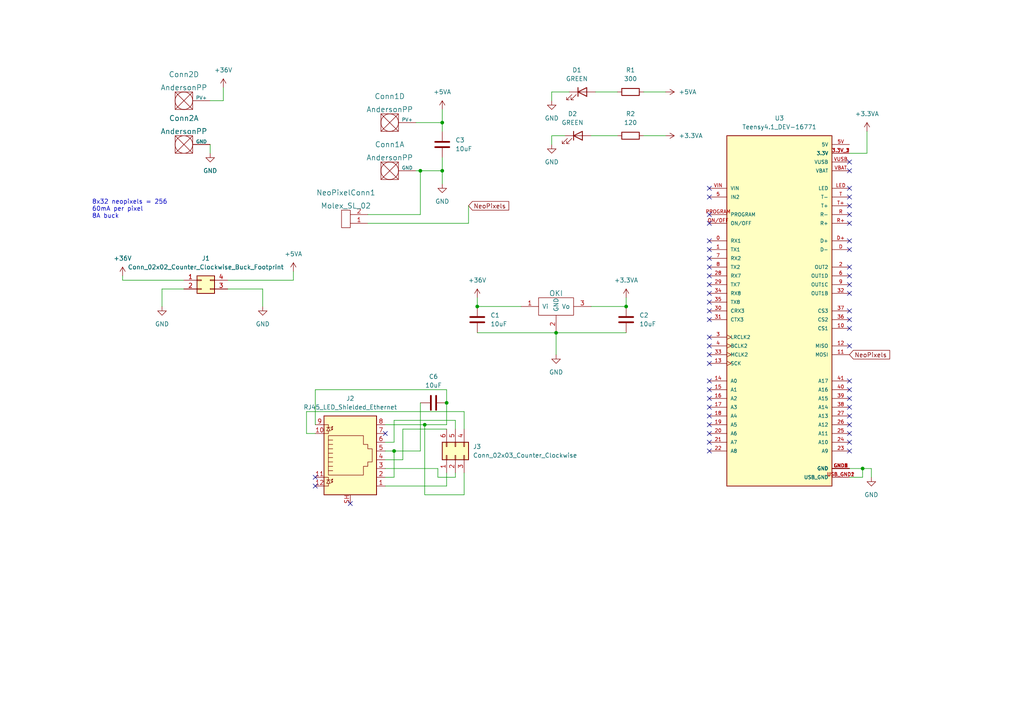
<source format=kicad_sch>
(kicad_sch (version 20211123) (generator eeschema)
  (paper "A4")
  (lib_symbols
    (symbol "Connector:RJ45_LED_Shielded" (pin_names (offset 1.016))
      (property "Reference" "J" (at -5.08 13.97 0))
      (property "Value" "RJ45_LED_Shielded" (at 1.27 13.97 0))
      (symbol "RJ45_LED_Shielded_0_1"
        (polyline (pts (xy -7.62 -7.62) (xy -6.35 -7.62)))
        (polyline (pts (xy -7.62 -5.08) (xy -6.35 -5.08)))
        (polyline (pts (xy -7.62 7.62) (xy -6.35 7.62)))
        (polyline (pts (xy -7.62 10.16) (xy -6.35 10.16)))
        (polyline (pts (xy -6.858 -5.842) (xy -5.842 -5.842)))
        (polyline (pts (xy -6.858 9.398) (xy -5.842 9.398)))
        (polyline (pts (xy -6.35 -7.62) (xy -6.35 -6.858)))
        (polyline (pts (xy -6.35 -5.08) (xy -6.35 -5.842)))
        (polyline (pts (xy -6.35 7.62) (xy -6.35 8.382)))
        (polyline (pts (xy -6.35 10.16) (xy -6.35 9.398)))
        (polyline (pts (xy -5.08 -6.223) (xy -5.207 -6.604)))
        (polyline (pts (xy -5.08 -5.588) (xy -5.207 -5.969)))
        (polyline (pts (xy -5.08 4.445) (xy -6.35 4.445)))
        (polyline (pts (xy -5.08 5.715) (xy -6.35 5.715)))
        (polyline (pts (xy -5.08 9.017) (xy -5.207 8.636)))
        (polyline (pts (xy -5.08 9.652) (xy -5.207 9.271)))
        (polyline (pts (xy -6.35 -3.175) (xy -5.08 -3.175) (xy -5.08 -3.175)))
        (polyline (pts (xy -6.35 -1.905) (xy -5.08 -1.905) (xy -5.08 -1.905)))
        (polyline (pts (xy -6.35 -0.635) (xy -5.08 -0.635) (xy -5.08 -0.635)))
        (polyline (pts (xy -6.35 0.635) (xy -5.08 0.635) (xy -5.08 0.635)))
        (polyline (pts (xy -6.35 1.905) (xy -5.08 1.905) (xy -5.08 1.905)))
        (polyline (pts (xy -5.588 -6.731) (xy -5.08 -6.223) (xy -5.461 -6.35)))
        (polyline (pts (xy -5.588 -6.096) (xy -5.08 -5.588) (xy -5.461 -5.715)))
        (polyline (pts (xy -5.588 8.509) (xy -5.08 9.017) (xy -5.461 8.89)))
        (polyline (pts (xy -5.588 9.144) (xy -5.08 9.652) (xy -5.461 9.525)))
        (polyline (pts (xy -5.08 3.175) (xy -6.35 3.175) (xy -6.35 3.175)))
        (polyline (pts (xy -6.35 -5.842) (xy -6.858 -6.858) (xy -5.842 -6.858) (xy -6.35 -5.842)))
        (polyline (pts (xy -6.35 9.398) (xy -6.858 8.382) (xy -5.842 8.382) (xy -6.35 9.398)))
        (polyline (pts (xy -6.35 -4.445) (xy -6.35 6.985) (xy 3.81 6.985) (xy 3.81 4.445) (xy 5.08 4.445) (xy 5.08 3.175) (xy 6.35 3.175) (xy 6.35 -0.635) (xy 5.08 -0.635) (xy 5.08 -1.905) (xy 3.81 -1.905) (xy 3.81 -4.445) (xy -6.35 -4.445) (xy -6.35 -4.445)))
        (rectangle (start 7.62 12.7) (end -7.62 -10.16) (stroke (width 0.254)) (fill (type background)))
      )
      (symbol "RJ45_LED_Shielded_1_1"
        (pin passive line (at 10.16 -7.62 180) (length 2.54) (name "~") (number "1"))
        (pin passive line (at -10.16 7.62 0) (length 2.54) (name "~") (number "10"))
        (pin passive line (at -10.16 -5.08 0) (length 2.54) (name "~") (number "11"))
        (pin passive line (at -10.16 -7.62 0) (length 2.54) (name "~") (number "12"))
        (pin passive line (at 10.16 -5.08 180) (length 2.54) (name "~") (number "2"))
        (pin passive line (at 10.16 -2.54 180) (length 2.54) (name "~") (number "3"))
        (pin passive line (at 10.16 0 180) (length 2.54) (name "~") (number "4"))
        (pin passive line (at 10.16 2.54 180) (length 2.54) (name "~") (number "5"))
        (pin passive line (at 10.16 5.08 180) (length 2.54) (name "~") (number "6"))
        (pin passive line (at 10.16 7.62 180) (length 2.54) (name "~") (number "7"))
        (pin passive line (at 10.16 10.16 180) (length 2.54) (name "~") (number "8"))
        (pin passive line (at -10.16 10.16 0) (length 2.54) (name "~") (number "9"))
        (pin passive line (at 0 -12.7 90) (length 2.54) (name "~") (number "SH"))
      )
    )
    (symbol "Connector_Generic:Conn_02x02_Counter_Clockwise" (pin_names (offset 1.016) hide)
      (property "Reference" "J" (at 1.27 2.54 0))
      (property "Value" "Conn_02x02_Counter_Clockwise" (at 1.27 -5.08 0))
      (symbol "Conn_02x02_Counter_Clockwise_1_1"
        (rectangle (start -1.27 -2.413) (end 0 -2.667) (stroke (width 0.1524)))
        (rectangle (start -1.27 0.127) (end 0 -0.127) (stroke (width 0.1524)))
        (rectangle (start -1.27 1.27) (end 3.81 -3.81) (stroke (width 0.254)) (fill (type background)))
        (rectangle (start 3.81 -2.413) (end 2.54 -2.667) (stroke (width 0.1524)))
        (rectangle (start 3.81 0.127) (end 2.54 -0.127) (stroke (width 0.1524)))
        (pin passive line (at -5.08 0 0) (length 3.81) (name "Pin_1") (number "1"))
        (pin passive line (at -5.08 -2.54 0) (length 3.81) (name "Pin_2") (number "2"))
        (pin passive line (at 7.62 -2.54 180) (length 3.81) (name "Pin_3") (number "3"))
        (pin passive line (at 7.62 0 180) (length 3.81) (name "Pin_4") (number "4"))
      )
    )
    (symbol "Connector_Generic:Conn_02x03_Counter_Clockwise" (pin_names (offset 1.016) hide)
      (property "Reference" "J" (at 1.27 5.08 0))
      (property "Value" "Conn_02x03_Counter_Clockwise" (at 1.27 -5.08 0))
      (symbol "Conn_02x03_Counter_Clockwise_1_1"
        (rectangle (start -1.27 -2.413) (end 0 -2.667) (stroke (width 0.1524)))
        (rectangle (start -1.27 0.127) (end 0 -0.127) (stroke (width 0.1524)))
        (rectangle (start -1.27 2.667) (end 0 2.413) (stroke (width 0.1524)))
        (rectangle (start -1.27 3.81) (end 3.81 -3.81) (stroke (width 0.254)) (fill (type background)))
        (rectangle (start 3.81 -2.413) (end 2.54 -2.667) (stroke (width 0.1524)))
        (rectangle (start 3.81 0.127) (end 2.54 -0.127) (stroke (width 0.1524)))
        (rectangle (start 3.81 2.667) (end 2.54 2.413) (stroke (width 0.1524)))
        (pin passive line (at -5.08 2.54 0) (length 3.81) (name "Pin_1") (number "1"))
        (pin passive line (at -5.08 0 0) (length 3.81) (name "Pin_2") (number "2"))
        (pin passive line (at -5.08 -2.54 0) (length 3.81) (name "Pin_3") (number "3"))
        (pin passive line (at 7.62 -2.54 180) (length 3.81) (name "Pin_4") (number "4"))
        (pin passive line (at 7.62 0 180) (length 3.81) (name "Pin_5") (number "5"))
        (pin passive line (at 7.62 2.54 180) (length 3.81) (name "Pin_6") (number "6"))
      )
    )
    (symbol "Device:C" (pin_numbers hide) (pin_names (offset 0.254))
      (property "Reference" "C" (at 0.635 2.54 0))
      (property "Value" "C" (at 0.635 -2.54 0))
      (symbol "C_0_1"
        (polyline (pts (xy -2.032 -0.762) (xy 2.032 -0.762)) (stroke (width 0.508)))
        (polyline (pts (xy -2.032 0.762) (xy 2.032 0.762)) (stroke (width 0.508)))
      )
      (symbol "C_1_1"
        (pin passive line (at 0 3.81 270) (length 2.794) (name "~") (number "1"))
        (pin passive line (at 0 -3.81 90) (length 2.794) (name "~") (number "2"))
      )
    )
    (symbol "Device:LED" (pin_numbers hide) (pin_names (offset 1.016) hide)
      (property "Reference" "D" (at 0 2.54 0))
      (property "Value" "LED" (at 0 -2.54 0))
      (symbol "LED_0_1"
        (polyline (pts (xy -1.27 -1.27) (xy -1.27 1.27)) (stroke (width 0.254)))
        (polyline (pts (xy -1.27 0) (xy 1.27 0)))
        (polyline (pts (xy 1.27 -1.27) (xy 1.27 1.27) (xy -1.27 0) (xy 1.27 -1.27)) (stroke (width 0.254)))
        (polyline (pts (xy -3.048 -0.762) (xy -4.572 -2.286) (xy -3.81 -2.286) (xy -4.572 -2.286) (xy -4.572 -1.524)))
        (polyline (pts (xy -1.778 -0.762) (xy -3.302 -2.286) (xy -2.54 -2.286) (xy -3.302 -2.286) (xy -3.302 -1.524)))
      )
      (symbol "LED_1_1"
        (pin passive line (at -3.81 0 0) (length 2.54) (name "K") (number "1"))
        (pin passive line (at 3.81 0 180) (length 2.54) (name "A") (number "2"))
      )
    )
    (symbol "Device:R" (pin_numbers hide) (pin_names (offset 0))
      (property "Reference" "R" (at 2.032 0 90))
      (property "Value" "R" (at 0 0 90))
      (symbol "R_0_1"
        (rectangle (start -1.016 -2.54) (end 1.016 2.54) (stroke (width 0.254)))
      )
      (symbol "R_1_1"
        (pin passive line (at 0 3.81 270) (length 1.27) (name "~") (number "1"))
        (pin passive line (at 0 -3.81 90) (length 1.27) (name "~") (number "2"))
      )
    )
    (symbol "MRDT_Connectors:AndersonPP" (pin_numbers hide) (pin_names (offset 0))
      (property "Reference" "Conn" (at 3.81 -1.27 0))
      (property "Value" "AndersonPP" (at 2.54 6.35 0))
      (symbol "AndersonPP_0_1"
        (polyline (pts (xy 0 5.08) (xy 5.08 0)))
        (polyline (pts (xy 5.08 5.08) (xy 0 0)))
        (rectangle (start 0 0) (end 5.08 5.08))
        (circle (center 2.54 2.54) (radius 2.54))
      )
      (symbol "AndersonPP_1_1"
        (pin input line (at 10.16 2.54 180) (length 5.08) (name "GND") (number "1"))
      )
      (symbol "AndersonPP_2_1"
        (pin input line (at 10.16 2.54 180) (length 5.08) (name "V+Log") (number "2"))
      )
      (symbol "AndersonPP_3_1"
        (pin input line (at 10.16 2.54 180) (length 5.08) (name "V+Act") (number "3"))
      )
      (symbol "AndersonPP_4_1"
        (pin input line (at 10.16 2.54 180) (length 5.08) (name "PV+") (number "4"))
      )
      (symbol "AndersonPP_5_1"
        (pin input line (at 10.16 2.54 180) (length 5.08) (name "~") (number "1"))
      )
    )
    (symbol "MRDT_Connectors:Molex_SL_02" (pin_names (offset 1.016))
      (property "Reference" "Conn" (at 3.81 -1.27 0))
      (property "Value" "Molex_SL_02" (at 1.27 6.35 0))
      (symbol "Molex_SL_02_0_1"
        (rectangle (start 0 5.08) (end 2.54 0))
      )
      (symbol "Molex_SL_02_1_1"
        (pin input line (at -5.08 3.81 0) (length 5.08) (name "~") (number "1"))
        (pin input line (at -5.08 1.27 0) (length 5.08) (name "~") (number "2"))
      )
    )
    (symbol "MRDT_Devices:OKI" (pin_names (offset 1.016))
      (property "Value" "OKI" (at 5.08 6.35 0))
      (symbol "OKI_0_1"
        (rectangle (start 0 0) (end 10.16 5.08))
      )
      (symbol "OKI_1_1"
        (pin input line (at -5.08 2.54 0) (length 5.08) (name "Vi") (number "1"))
        (pin output line (at 5.08 -5.08 90) (length 5.08) (name "GND") (number "2"))
        (pin output line (at 15.24 2.54 180) (length 5.08) (name "Vo") (number "3"))
      )
    )
    (symbol "MRDT_Shields:Teensy4.1_DEV-16771" (pin_names (offset 1.016))
      (property "Reference" "U" (at -15.24 52.07 0))
      (property "Value" "Teensy4.1_DEV-16771" (at -15.24 -53.34 0))
      (symbol "Teensy4.1_DEV-16771_0_0"
        (rectangle (start -15.24 -50.8) (end 15.24 50.8) (stroke (width 0.254)) (fill (type background)))
        (pin bidirectional line (at -20.32 20.32 0) (length 5.08) (name "RX1") (number "0"))
        (pin bidirectional line (at -20.32 17.78 0) (length 5.08) (name "TX1") (number "1"))
        (pin bidirectional line (at 20.32 -5.08 180) (length 5.08) (name "CS1") (number "10"))
        (pin bidirectional line (at 20.32 -12.7 180) (length 5.08) (name "MOSI") (number "11"))
        (pin bidirectional line (at 20.32 -10.16 180) (length 5.08) (name "MISO") (number "12"))
        (pin bidirectional clock (at -20.32 -15.24 0) (length 5.08) (name "SCK") (number "13"))
        (pin bidirectional line (at -20.32 -20.32 0) (length 5.08) (name "A0") (number "14"))
        (pin bidirectional line (at -20.32 -22.86 0) (length 5.08) (name "A1") (number "15"))
        (pin bidirectional line (at -20.32 -25.4 0) (length 5.08) (name "A2") (number "16"))
        (pin bidirectional line (at -20.32 -27.94 0) (length 5.08) (name "A3") (number "17"))
        (pin bidirectional line (at -20.32 -30.48 0) (length 5.08) (name "A4") (number "18"))
        (pin bidirectional line (at -20.32 -33.02 0) (length 5.08) (name "A5") (number "19"))
        (pin output line (at 20.32 12.7 180) (length 5.08) (name "OUT2") (number "2"))
        (pin bidirectional line (at -20.32 -35.56 0) (length 5.08) (name "A6") (number "20"))
        (pin bidirectional line (at -20.32 -38.1 0) (length 5.08) (name "A7") (number "21"))
        (pin bidirectional line (at -20.32 -40.64 0) (length 5.08) (name "A8") (number "22"))
        (pin bidirectional line (at 20.32 -40.64 180) (length 5.08) (name "A9") (number "23"))
        (pin bidirectional line (at 20.32 -38.1 180) (length 5.08) (name "A10") (number "24"))
        (pin bidirectional line (at 20.32 -35.56 180) (length 5.08) (name "A11") (number "25"))
        (pin bidirectional line (at 20.32 -33.02 180) (length 5.08) (name "A12") (number "26"))
        (pin bidirectional line (at 20.32 -30.48 180) (length 5.08) (name "A13") (number "27"))
        (pin bidirectional line (at -20.32 10.16 0) (length 5.08) (name "RX7") (number "28"))
        (pin bidirectional line (at -20.32 7.62 0) (length 5.08) (name "TX7") (number "29"))
        (pin bidirectional clock (at -20.32 -7.62 0) (length 5.08) (name "LRCLK2") (number "3"))
        (pin power_in line (at 20.32 45.72 180) (length 5.08) (name "3.3V") (number "3.3V_1"))
        (pin power_in line (at 20.32 45.72 180) (length 5.08) (name "3.3V") (number "3.3V_2"))
        (pin power_in line (at 20.32 45.72 180) (length 5.08) (name "3.3V") (number "3.3V_3"))
        (pin bidirectional line (at -20.32 0 0) (length 5.08) (name "CRX3") (number "30"))
        (pin bidirectional line (at -20.32 -2.54 0) (length 5.08) (name "CTX3") (number "31"))
        (pin output line (at 20.32 5.08 180) (length 5.08) (name "OUT1B") (number "32"))
        (pin bidirectional clock (at -20.32 -12.7 0) (length 5.08) (name "MCLK2") (number "33"))
        (pin bidirectional line (at -20.32 5.08 0) (length 5.08) (name "RX8") (number "34"))
        (pin bidirectional line (at -20.32 2.54 0) (length 5.08) (name "TX8") (number "35"))
        (pin bidirectional line (at 20.32 -2.54 180) (length 5.08) (name "CS2") (number "36"))
        (pin bidirectional line (at 20.32 0 180) (length 5.08) (name "CS3") (number "37"))
        (pin bidirectional line (at 20.32 -27.94 180) (length 5.08) (name "A14") (number "38"))
        (pin bidirectional line (at 20.32 -25.4 180) (length 5.08) (name "A15") (number "39"))
        (pin bidirectional clock (at -20.32 -10.16 0) (length 5.08) (name "BCLK2") (number "4"))
        (pin bidirectional line (at 20.32 -22.86 180) (length 5.08) (name "A16") (number "40"))
        (pin bidirectional line (at 20.32 -20.32 180) (length 5.08) (name "A17") (number "41"))
        (pin bidirectional line (at -20.32 33.02 0) (length 5.08) (name "IN2") (number "5"))
        (pin power_in line (at 20.32 48.26 180) (length 5.08) (name "5V") (number "5V"))
        (pin output line (at 20.32 10.16 180) (length 5.08) (name "OUT1D") (number "6"))
        (pin bidirectional line (at -20.32 15.24 0) (length 5.08) (name "RX2") (number "7"))
        (pin bidirectional line (at -20.32 12.7 0) (length 5.08) (name "TX2") (number "8"))
        (pin output line (at 20.32 7.62 180) (length 5.08) (name "OUT1C") (number "9"))
        (pin bidirectional line (at 20.32 17.78 180) (length 5.08) (name "D-") (number "D"))
        (pin bidirectional line (at 20.32 20.32 180) (length 5.08) (name "D+") (number "D+"))
        (pin power_in line (at 20.32 -45.72 180) (length 5.08) (name "GND") (number "GND1"))
        (pin power_in line (at 20.32 -45.72 180) (length 5.08) (name "GND") (number "GND2"))
        (pin power_in line (at 20.32 -45.72 180) (length 5.08) (name "GND") (number "GND3"))
        (pin power_in line (at 20.32 -45.72 180) (length 5.08) (name "GND") (number "GND4"))
        (pin power_in line (at 20.32 -45.72 180) (length 5.08) (name "GND") (number "GND5"))
        (pin bidirectional line (at 20.32 35.56 180) (length 5.08) (name "LED") (number "LED"))
        (pin bidirectional line (at -20.32 25.4 0) (length 5.08) (name "ON/OFF") (number "ON/OFF"))
        (pin bidirectional line (at -20.32 27.94 0) (length 5.08) (name "PROGRAM") (number "PROGRAM"))
        (pin bidirectional line (at 20.32 27.94 180) (length 5.08) (name "R-") (number "R"))
        (pin bidirectional line (at 20.32 25.4 180) (length 5.08) (name "R+") (number "R+"))
        (pin bidirectional line (at 20.32 33.02 180) (length 5.08) (name "T-") (number "T"))
        (pin bidirectional line (at 20.32 30.48 180) (length 5.08) (name "T+") (number "T+"))
        (pin power_in line (at 20.32 -48.26 180) (length 5.08) (name "USB_GND") (number "USB_GND1"))
        (pin power_in line (at 20.32 -48.26 180) (length 5.08) (name "USB_GND") (number "USB_GND2"))
        (pin passive line (at 20.32 40.64 180) (length 5.08) (name "VBAT") (number "VBAT"))
        (pin input line (at -20.32 35.56 0) (length 5.08) (name "VIN") (number "VIN"))
        (pin passive line (at 20.32 43.18 180) (length 5.08) (name "VUSB") (number "VUSB"))
      )
    )
    (symbol "power:+3.3VA" (power) (pin_names (offset 0))
      (property "Value" "+3.3VA" (at 0 3.556 0))
      (symbol "+3.3VA_0_1"
        (polyline (pts (xy -0.762 1.27) (xy 0 2.54)))
        (polyline (pts (xy 0 0) (xy 0 2.54)))
        (polyline (pts (xy 0 2.54) (xy 0.762 1.27)))
      )
      (symbol "+3.3VA_1_1"
        (pin power_in line (at 0 0 90) (length 0) hide (name "+3.3VA") (number "1"))
      )
    )
    (symbol "power:+36V" (power) (pin_names (offset 0))
      (property "Value" "+36V" (at 0 3.556 0))
      (symbol "+36V_0_1"
        (polyline (pts (xy -0.762 1.27) (xy 0 2.54)))
        (polyline (pts (xy 0 0) (xy 0 2.54)))
        (polyline (pts (xy 0 2.54) (xy 0.762 1.27)))
      )
      (symbol "+36V_1_1"
        (pin power_in line (at 0 0 90) (length 0) hide (name "+36V") (number "1"))
      )
    )
    (symbol "power:+5VA" (power) (pin_names (offset 0))
      (property "Value" "+5VA" (at 0 3.556 0))
      (symbol "+5VA_0_1"
        (polyline (pts (xy -0.762 1.27) (xy 0 2.54)))
        (polyline (pts (xy 0 0) (xy 0 2.54)))
        (polyline (pts (xy 0 2.54) (xy 0.762 1.27)))
      )
      (symbol "+5VA_1_1"
        (pin power_in line (at 0 0 90) (length 0) hide (name "+5VA") (number "1"))
      )
    )
    (symbol "power:GND" (power) (pin_names (offset 0))
      (property "Value" "GND" (at 0 -3.81 0))
      (symbol "GND_0_1"
        (polyline (pts (xy 0 0) (xy 0 -1.27) (xy 1.27 -1.27) (xy 0 -2.54) (xy -1.27 -1.27) (xy 0 -1.27)))
      )
      (symbol "GND_1_1"
        (pin power_in line (at 0 0 270) (length 0) hide (name "GND") (number "1"))
      )
    )
  )
  (junction (at 128.27 35.56))
  (junction (at 161.29 96.52))
  (junction (at 129.54 116.84))
  (junction (at 128.27 49.53))
  (junction (at 138.43 88.9))
  (junction (at 123.19 123.19))
  (junction (at 121.92 49.53))
  (junction (at 250.19 135.89))
  (junction (at 181.61 88.9))
  (junction (at 114.3 130.81))
  (no_connect (at 111.76 125.73))
  (no_connect (at 101.6 146.05))
  (no_connect (at 91.44 140.97))
  (no_connect (at 91.44 138.43))
  (no_connect (at 246.38 100.33))
  (no_connect (at 246.38 95.25))
  (no_connect (at 246.38 92.71))
  (no_connect (at 246.38 90.17))
  (no_connect (at 246.38 85.09))
  (no_connect (at 246.38 82.55))
  (no_connect (at 246.38 80.01))
  (no_connect (at 246.38 77.47))
  (no_connect (at 246.38 72.39))
  (no_connect (at 246.38 69.85))
  (no_connect (at 246.38 64.77))
  (no_connect (at 246.38 62.23))
  (no_connect (at 246.38 59.69))
  (no_connect (at 246.38 57.15))
  (no_connect (at 246.38 54.61))
  (no_connect (at 246.38 49.53))
  (no_connect (at 246.38 46.99))
  (no_connect (at 205.74 57.15))
  (no_connect (at 205.74 62.23))
  (no_connect (at 205.74 123.19))
  (no_connect (at 205.74 125.73))
  (no_connect (at 205.74 128.27))
  (no_connect (at 205.74 130.81))
  (no_connect (at 246.38 130.81))
  (no_connect (at 246.38 128.27))
  (no_connect (at 246.38 125.73))
  (no_connect (at 205.74 64.77))
  (no_connect (at 205.74 69.85))
  (no_connect (at 205.74 72.39))
  (no_connect (at 205.74 74.93))
  (no_connect (at 205.74 77.47))
  (no_connect (at 205.74 80.01))
  (no_connect (at 205.74 82.55))
  (no_connect (at 205.74 85.09))
  (no_connect (at 205.74 87.63))
  (no_connect (at 205.74 90.17))
  (no_connect (at 205.74 92.71))
  (no_connect (at 205.74 97.79))
  (no_connect (at 205.74 100.33))
  (no_connect (at 205.74 102.87))
  (no_connect (at 205.74 105.41))
  (no_connect (at 205.74 110.49))
  (no_connect (at 205.74 113.03))
  (no_connect (at 205.74 115.57))
  (no_connect (at 205.74 118.11))
  (no_connect (at 205.74 120.65))
  (no_connect (at 246.38 123.19))
  (no_connect (at 246.38 120.65))
  (no_connect (at 246.38 118.11))
  (no_connect (at 246.38 115.57))
  (no_connect (at 246.38 113.03))
  (no_connect (at 246.38 110.49))
  (no_connect (at 205.74 54.61))
  (wire (pts (xy 186.69 39.37) (xy 193.04 39.37)))
  (wire (pts (xy 88.9 125.73) (xy 91.44 125.73)))
  (wire (pts (xy 250.19 138.43) (xy 250.19 135.89)))
  (wire (pts (xy 132.08 121.92) (xy 114.3 121.92)))
  (wire (pts (xy 163.83 39.37) (xy 160.02 39.37)))
  (wire (pts (xy 129.54 116.84) (xy 129.54 123.19)))
  (wire (pts (xy 111.76 140.97) (xy 129.54 140.97)))
  (wire (pts (xy 121.92 116.84) (xy 121.92 130.81)))
  (wire (pts (xy 88.9 119.38) (xy 88.9 125.73)))
  (wire (pts (xy 160.02 39.37) (xy 160.02 41.91)))
  (wire (pts (xy 181.61 86.36) (xy 181.61 88.9)))
  (wire (pts (xy 121.92 49.53) (xy 128.27 49.53)))
  (wire (pts (xy 251.46 38.1) (xy 251.46 44.45)))
  (wire (pts (xy 161.29 96.52) (xy 138.43 96.52)))
  (wire (pts (xy 172.72 26.67) (xy 179.07 26.67)))
  (wire (pts (xy 128.27 49.53) (xy 128.27 53.34)))
  (wire (pts (xy 106.68 62.23) (xy 121.92 62.23)))
  (wire (pts (xy 128.27 49.53) (xy 128.27 45.72)))
  (wire (pts (xy 135.89 64.77) (xy 135.89 59.69)))
  (wire (pts (xy 114.3 138.43) (xy 114.3 130.81)))
  (wire (pts (xy 66.04 83.82) (xy 76.2 83.82)))
  (wire (pts (xy 91.44 113.03) (xy 129.54 113.03)))
  (wire (pts (xy 76.2 83.82) (xy 76.2 88.9)))
  (wire (pts (xy 132.08 138.43) (xy 132.08 137.16)))
  (wire (pts (xy 160.02 26.67) (xy 160.02 29.21)))
  (wire (pts (xy 246.38 44.45) (xy 251.46 44.45)))
  (wire (pts (xy 246.38 135.89) (xy 250.19 135.89)))
  (wire (pts (xy 138.43 86.36) (xy 138.43 88.9)))
  (wire (pts (xy 171.45 39.37) (xy 179.07 39.37)))
  (wire (pts (xy 35.56 80.01) (xy 35.56 81.28)))
  (wire (pts (xy 134.62 119.38) (xy 88.9 119.38)))
  (wire (pts (xy 138.43 88.9) (xy 151.13 88.9)))
  (wire (pts (xy 186.69 26.67) (xy 193.04 26.67)))
  (wire (pts (xy 114.3 121.92) (xy 114.3 128.27)))
  (wire (pts (xy 128.27 35.56) (xy 120.65 35.56)))
  (wire (pts (xy 60.96 41.91) (xy 60.96 44.45)))
  (wire (pts (xy 129.54 140.97) (xy 129.54 137.16)))
  (wire (pts (xy 128.27 31.75) (xy 128.27 35.56)))
  (wire (pts (xy 123.19 123.19) (xy 111.76 123.19)))
  (wire (pts (xy 171.45 88.9) (xy 181.61 88.9)))
  (wire (pts (xy 161.29 96.52) (xy 161.29 102.87)))
  (wire (pts (xy 114.3 130.81) (xy 111.76 130.81)))
  (wire (pts (xy 246.38 138.43) (xy 250.19 138.43)))
  (wire (pts (xy 127 135.89) (xy 127 138.43)))
  (wire (pts (xy 250.19 135.89) (xy 252.73 135.89)))
  (wire (pts (xy 121.92 49.53) (xy 121.92 62.23)))
  (wire (pts (xy 134.62 124.46) (xy 134.62 119.38)))
  (wire (pts (xy 129.54 113.03) (xy 129.54 116.84)))
  (wire (pts (xy 91.44 123.19) (xy 91.44 113.03)))
  (wire (pts (xy 121.92 130.81) (xy 114.3 130.81)))
  (wire (pts (xy 64.77 29.21) (xy 64.77 25.4)))
  (wire (pts (xy 60.96 29.21) (xy 64.77 29.21)))
  (wire (pts (xy 129.54 123.19) (xy 123.19 123.19)))
  (wire (pts (xy 134.62 137.16) (xy 134.62 143.51)))
  (wire (pts (xy 53.34 83.82) (xy 46.99 83.82)))
  (wire (pts (xy 128.27 38.1) (xy 128.27 35.56)))
  (wire (pts (xy 111.76 135.89) (xy 127 135.89)))
  (wire (pts (xy 116.84 133.35) (xy 111.76 133.35)))
  (wire (pts (xy 35.56 81.28) (xy 53.34 81.28)))
  (wire (pts (xy 161.29 96.52) (xy 181.61 96.52)))
  (wire (pts (xy 127 138.43) (xy 132.08 138.43)))
  (wire (pts (xy 123.19 143.51) (xy 123.19 123.19)))
  (wire (pts (xy 85.09 78.74) (xy 85.09 81.28)))
  (wire (pts (xy 111.76 138.43) (xy 114.3 138.43)))
  (wire (pts (xy 129.54 124.46) (xy 116.84 124.46)))
  (wire (pts (xy 132.08 124.46) (xy 132.08 121.92)))
  (wire (pts (xy 106.68 64.77) (xy 135.89 64.77)))
  (wire (pts (xy 46.99 83.82) (xy 46.99 88.9)))
  (wire (pts (xy 165.1 26.67) (xy 160.02 26.67)))
  (wire (pts (xy 116.84 124.46) (xy 116.84 133.35)))
  (wire (pts (xy 252.73 135.89) (xy 252.73 138.43)))
  (wire (pts (xy 120.65 49.53) (xy 121.92 49.53)))
  (wire (pts (xy 66.04 81.28) (xy 85.09 81.28)))
  (wire (pts (xy 114.3 128.27) (xy 111.76 128.27)))
  (wire (pts (xy 134.62 143.51) (xy 123.19 143.51)))
  (text "8x32 neopixels = 256\n60mA per pixel\n8A buck" (at 26.67 63.5 0) (effects (font (size 1.27 1.27)) (justify left bottom)))
  (global_label "NeoPixels" (shape input) (at 135.89 59.69 0) (property "Intersheet References" "${INTERSHEET_REFS}" (effects hide)))
  (global_label "NeoPixels" (shape input) (at 246.38 102.87 0) (property "Intersheet References" "${INTERSHEET_REFS}" (effects hide)))
  (symbol (lib_id "Device:C") (at 138.43 92.71 0) (unit 1)
    (property "Reference" "C1" (at 142.24 91.4399 0) (effects (justify left)))
    (property "Value" "10uF" (at 142.24 93.9799 0) (effects (justify left)))
    (property "Footprint" "Capacitor_SMD:C_0603_1608Metric_Pad1.08x0.95mm_HandSolder" (effects hide))
  )
  (symbol (lib_id "Device:C") (at 125.73 116.84 270) (unit 1)
    (property "Reference" "C6" (at 125.73 109.22 90))
    (property "Value" "10uF" (at 125.73 111.76 90))
    (property "Footprint" "Capacitor_SMD:C_0603_1608Metric_Pad1.08x0.95mm_HandSolder" (effects hide))
  )
  (symbol (lib_id "power:GND") (at 128.27 53.34 0) (unit 1)
    (property "Reference" "#PWR012" (effects hide))
    (property "Value" "GND" (at 128.27 58.42 0))
  )
  (symbol (lib_id "power:GND") (at 46.99 88.9 0) (unit 1)
    (property "Reference" "#PWR02" (effects hide))
    (property "Value" "GND" (at 46.99 93.98 0))
  )
  (symbol (lib_id "power:+3.3VA") (at 251.46 38.1 0) (unit 1)
    (property "Reference" "#PWR018" (effects hide))
    (property "Value" "+3.3VA" (at 251.46 33.02 0))
  )
  (symbol (lib_id "power:+36V") (at 35.56 80.01 0) (unit 1)
    (property "Reference" "#PWR01" (effects hide))
    (property "Value" "+36V" (at 35.56 74.93 0))
  )
  (symbol (lib_id "power:+5VA") (at 85.09 78.74 0) (unit 1)
    (property "Reference" "#PWR010" (effects hide))
    (property "Value" "+5VA" (at 85.09 73.66 0))
  )
  (symbol (lib_id "power:GND") (at 160.02 29.21 0) (unit 1)
    (property "Reference" "#PWR0101" (effects hide))
    (property "Value" "GND" (at 160.02 34.29 0))
  )
  (symbol (lib_id "Device:LED") (at 168.91 26.67 0) (unit 1)
    (property "Reference" "D1" (at 167.3225 20.32 0))
    (property "Value" "GREEN" (at 167.3225 22.86 0))
    (property "Footprint" "LED_SMD:LED_0603_1608Metric_Pad1.05x0.95mm_HandSolder" (effects hide))
  )
  (symbol (lib_id "power:GND") (at 60.96 44.45 0) (unit 1)
    (property "Reference" "#PWR05" (effects hide))
    (property "Value" "GND" (at 60.96 49.53 0))
  )
  (symbol (lib_id "MRDT_Connectors:AndersonPP") (at 50.8 44.45 0) (unit 1)
    (property "Reference" "Conn2" (at 53.34 34.29 0) (effects (font (size 1.524 1.524))))
    (property "Value" "AndersonPP" (at 53.34 38.1 0) (effects (font (size 1.524 1.524))))
    (property "Footprint" "MRDT_Connectors:Square_Anderson_2_H_Side_By_Side_PV" (effects hide))
  )
  (symbol (lib_id "MRDT_Devices:OKI") (at 156.21 91.44 0) (unit 1)
    (property "Reference" "U2" (effects hide))
    (property "Value" "OKI" (at 161.29 85.09 0) (effects (font (size 1.524 1.524))))
    (property "Footprint" "MRDT_Devices:OKI_Horizontal" (effects hide))
  )
  (symbol (lib_id "MRDT_Connectors:AndersonPP") (at 50.8 31.75 0) (unit 4)
    (property "Reference" "Conn2" (at 53.34 21.59 0) (effects (font (size 1.524 1.524))))
    (property "Value" "AndersonPP" (at 53.34 25.4 0) (effects (font (size 1.524 1.524))))
    (property "Footprint" "MRDT_Connectors:Square_Anderson_2_H_Side_By_Side_PV" (effects hide))
  )
  (symbol (lib_id "power:GND") (at 252.73 138.43 0) (unit 1)
    (property "Reference" "#PWR019" (effects hide))
    (property "Value" "GND" (at 252.73 143.51 0))
  )
  (symbol (lib_id "Device:R") (at 182.88 26.67 90) (unit 1)
    (property "Reference" "R1" (at 182.88 20.32 90))
    (property "Value" "300" (at 182.88 22.86 90))
    (property "Footprint" "Resistor_SMD:R_0201_0603Metric_Pad0.64x0.40mm_HandSolder" (effects hide))
  )
  (symbol (lib_id "Device:C") (at 128.27 41.91 0) (unit 1)
    (property "Reference" "C3" (at 132.08 40.6399 0) (effects (justify left)))
    (property "Value" "10uF" (at 132.08 43.1799 0) (effects (justify left)))
    (property "Footprint" "Capacitor_SMD:C_0603_1608Metric_Pad1.08x0.95mm_HandSolder" (effects hide))
  )
  (symbol (lib_id "Connector:RJ45_LED_Shielded") (at 101.6 133.35 0) (unit 1)
    (property "Reference" "J2" (at 101.6 115.57 0))
    (property "Value" "RJ45_LED_Shielded_Ethernet" (at 101.6 118.11 0))
    (property "Footprint" "MRDT_Connectors:RJ45_Teensy" (effects hide))
  )
  (symbol (lib_id "Connector_Generic:Conn_02x03_Counter_Clockwise") (at 132.08 132.08 90) (unit 1)
    (property "Reference" "J3" (at 137.16 129.5399 90) (effects (justify right)))
    (property "Value" "Conn_02x03_Counter_Clockwise" (at 137.16 132.0799 90) (effects (justify right)))
    (property "Footprint" "Connector_PinHeader_2.00mm:PinHeader_2x03_P2.00mm_Vertical" (effects hide))
  )
  (symbol (lib_id "Device:C") (at 181.61 92.71 0) (unit 1)
    (property "Reference" "C2" (at 185.42 91.4399 0) (effects (justify left)))
    (property "Value" "10uF" (at 185.42 93.9799 0) (effects (justify left)))
    (property "Footprint" "Capacitor_SMD:C_0603_1608Metric_Pad1.08x0.95mm_HandSolder" (effects hide))
  )
  (symbol (lib_id "MRDT_Connectors:Molex_SL_02") (at 101.6 60.96 180) (unit 1)
    (property "Reference" "NeoPixelConn1" (at 100.33 55.88 0) (effects (font (size 1.524 1.524))))
    (property "Value" "Molex_SL_02" (at 100.33 59.69 0) (effects (font (size 1.524 1.524))))
    (property "Footprint" "MRDT_Connectors:MOLEX_SL_02_Horizontal" (effects hide))
  )
  (symbol (lib_id "power:GND") (at 76.2 88.9 0) (unit 1)
    (property "Reference" "#PWR07" (effects hide))
    (property "Value" "GND" (at 76.2 93.98 0))
  )
  (symbol (lib_id "Device:R") (at 182.88 39.37 90) (unit 1)
    (property "Reference" "R2" (at 182.88 33.02 90))
    (property "Value" "120" (at 182.88 35.56 90))
    (property "Footprint" "Resistor_SMD:R_0201_0603Metric_Pad0.64x0.40mm_HandSolder" (effects hide))
  )
  (symbol (lib_id "power:GND") (at 161.29 102.87 0) (unit 1)
    (property "Reference" "#PWR014" (effects hide))
    (property "Value" "GND" (at 161.29 107.95 0))
  )
  (symbol (lib_id "power:GND") (at 160.02 41.91 0) (unit 1)
    (property "Reference" "#PWR0102" (effects hide))
    (property "Value" "GND" (at 160.02 46.99 0))
  )
  (symbol (lib_id "power:+3.3VA") (at 193.04 39.37 270) (unit 1)
    (property "Reference" "#PWR017" (effects hide))
    (property "Value" "+3.3VA" (at 196.85 39.3699 90) (effects (justify left)))
  )
  (symbol (lib_id "power:+5VA") (at 193.04 26.67 270) (unit 1)
    (property "Reference" "#PWR016" (effects hide))
    (property "Value" "+5VA" (at 196.85 26.6699 90) (effects (justify left)))
  )
  (symbol (lib_id "Device:LED") (at 167.64 39.37 0) (unit 1)
    (property "Reference" "D2" (at 166.0525 33.02 0))
    (property "Value" "GREEN" (at 166.0525 35.56 0))
    (property "Footprint" "LED_SMD:LED_0603_1608Metric_Pad1.05x0.95mm_HandSolder" (effects hide))
  )
  (symbol (lib_id "Connector_Generic:Conn_02x02_Counter_Clockwise") (at 58.42 81.28 0) (unit 1)
    (property "Reference" "J1" (at 59.69 74.93 0))
    (property "Value" "Conn_02x02_Counter_Clockwise_Buck_Footprint" (at 59.69 77.47 0))
    (property "Footprint" "Connector_PinHeader_2.00mm:PinHeader_2x02_P2.00mm_Vertical" (effects hide))
  )
  (symbol (lib_id "power:+5VA") (at 128.27 31.75 0) (unit 1)
    (property "Reference" "#PWR011" (effects hide))
    (property "Value" "+5VA" (at 128.27 26.67 0))
  )
  (symbol (lib_id "power:+3.3VA") (at 181.61 86.36 0) (unit 1)
    (property "Reference" "#PWR015" (effects hide))
    (property "Value" "+3.3VA" (at 181.61 81.28 0))
  )
  (symbol (lib_id "MRDT_Connectors:AndersonPP") (at 110.49 38.1 0) (unit 4)
    (property "Reference" "Conn1" (at 113.03 27.94 0) (effects (font (size 1.524 1.524))))
    (property "Value" "AndersonPP" (at 113.03 31.75 0) (effects (font (size 1.524 1.524))))
    (property "Footprint" "MRDT_Connectors:Square_Anderson_2_H_Side_By_Side_PV" (effects hide))
  )
  (symbol (lib_id "power:+36V") (at 138.43 86.36 0) (unit 1)
    (property "Reference" "#PWR013" (effects hide))
    (property "Value" "+36V" (at 138.43 81.28 0))
  )
  (symbol (lib_id "MRDT_Connectors:AndersonPP") (at 110.49 52.07 0) (unit 1)
    (property "Reference" "Conn1" (at 113.03 41.91 0) (effects (font (size 1.524 1.524))))
    (property "Value" "AndersonPP" (at 113.03 45.72 0) (effects (font (size 1.524 1.524))))
    (property "Footprint" "MRDT_Connectors:Square_Anderson_2_H_Side_By_Side_PV" (effects hide))
  )
  (symbol (lib_id "power:+36V") (at 64.77 25.4 0) (unit 1)
    (property "Reference" "#PWR06" (effects hide))
    (property "Value" "+36V" (at 64.77 20.32 0))
  )
  (symbol (lib_id "MRDT_Shields:Teensy4.1_DEV-16771") (at 226.06 90.17 0) (unit 1)
    (property "Reference" "U3" (at 226.06 34.29 0))
    (property "Value" "Teensy4.1_DEV-16771" (at 226.06 36.83 0))
    (property "Footprint" "MRDT_Shields:MODULE_DEV-16771" (effects hide))
    (property "STANDARD" "Manufacturer recommendations" (effects hide))
    (property "MAXIMUM_PACKAGE_HEIGHT" "4.07mm" (effects hide))
    (property "MANUFACTURER" "SparkFun Electronics" (effects hide))
    (property "PARTREV" "4.1" (effects hide))
  )
)
</source>
